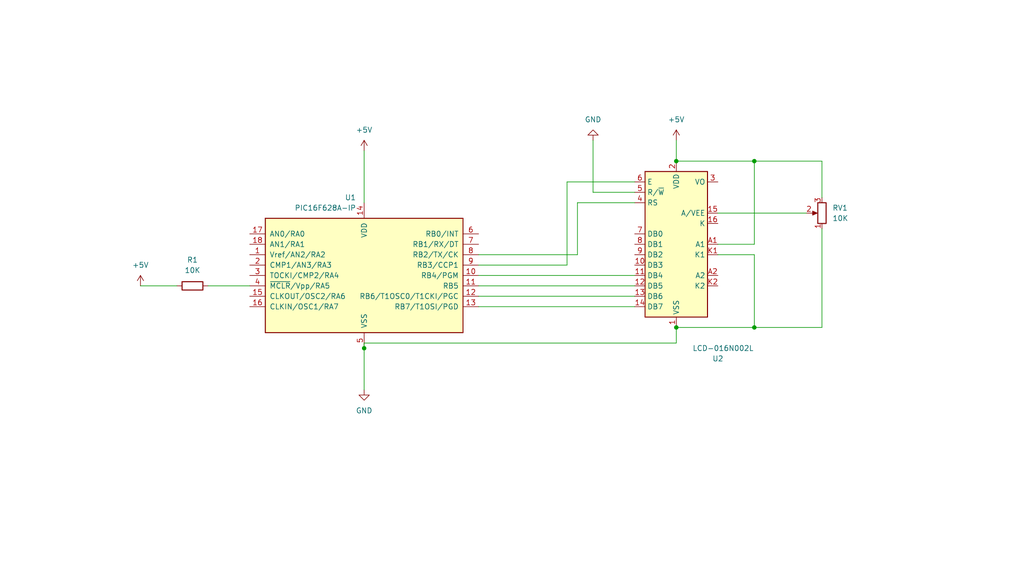
<source format=kicad_sch>
(kicad_sch (version 20230121) (generator eeschema)
  (paper "User" 250.012 140.005)
  (title_block (title "PIC16F628A for Beginners - 1") (company "Ricardo Lima Caratti") (comment 1 "LCD 16x2 nd PIC16F628A"))
  (lib_symbols
    (symbol "Device:R" (pin_numbers hide) (pin_names (offset 0))
      (property "Reference" "R" (at 2.032 0 90))
      (property "Value" "R" (at 0 0 90))
      (symbol "R_0_1"
        (rectangle (start -1.016 -2.54) (end 1.016 2.54) (stroke (width 0.254)))
      )
      (symbol "R_1_1"
        (pin passive line (at 0 3.81 270) (length 1.27) (name "~") (number "1"))
        (pin passive line (at 0 -3.81 90) (length 1.27) (name "~") (number "2"))
      )
    )
    (symbol "Device:R_Potentiometer" (pin_names (offset 1.016) hide)
      (property "Reference" "RV" (at -4.445 0 90))
      (property "Value" "R_Potentiometer" (at -2.54 0 90))
      (symbol "R_Potentiometer_0_1"
        (polyline (pts (xy 2.54 0) (xy 1.524 0)))
        (polyline (pts (xy 1.143 0) (xy 2.286 0.508) (xy 2.286 -0.508) (xy 1.143 0)) (fill (type outline)))
        (rectangle (start 1.016 2.54) (end -1.016 -2.54) (stroke (width 0.254)))
      )
      (symbol "R_Potentiometer_1_1"
        (pin passive line (at 0 3.81 270) (length 1.27) (name "1") (number "1"))
        (pin passive line (at 3.81 0 180) (length 1.27) (name "2") (number "2"))
        (pin passive line (at 0 -3.81 90) (length 1.27) (name "3") (number "3"))
      )
    )
    (symbol "Display_Character:LCD-016N002L"
      (property "Reference" "U" (at -6.35 18.796 0))
      (property "Value" "LCD-016N002L" (at 8.636 18.796 0))
      (symbol "LCD-016N002L_1_1"
        (rectangle (start -7.62 17.78) (end 7.62 -17.78) (stroke (width 0.254)) (fill (type background)))
        (pin power_in line (at 0 -20.32 90) (length 2.54) (name "VSS") (number "1"))
        (pin bidirectional line (at -10.16 -5.08 0) (length 2.54) (name "DB3") (number "10"))
        (pin bidirectional line (at -10.16 -7.62 0) (length 2.54) (name "DB4") (number "11"))
        (pin bidirectional line (at -10.16 -10.16 0) (length 2.54) (name "DB5") (number "12"))
        (pin bidirectional line (at -10.16 -12.7 0) (length 2.54) (name "DB6") (number "13"))
        (pin bidirectional line (at -10.16 -15.24 0) (length 2.54) (name "DB7") (number "14"))
        (pin power_in line (at 10.16 7.62 180) (length 2.54) (name "A/VEE") (number "15"))
        (pin power_in line (at 10.16 5.08 180) (length 2.54) (name "K") (number "16"))
        (pin power_in line (at 0 20.32 270) (length 2.54) (name "VDD") (number "2"))
        (pin input line (at 10.16 15.24 180) (length 2.54) (name "VO") (number "3"))
        (pin input line (at -10.16 10.16 0) (length 2.54) (name "RS") (number "4"))
        (pin input line (at -10.16 12.7 0) (length 2.54) (name "R/~{W}") (number "5"))
        (pin input line (at -10.16 15.24 0) (length 2.54) (name "E") (number "6"))
        (pin bidirectional line (at -10.16 2.54 0) (length 2.54) (name "DB0") (number "7"))
        (pin bidirectional line (at -10.16 0 0) (length 2.54) (name "DB1") (number "8"))
        (pin bidirectional line (at -10.16 -2.54 0) (length 2.54) (name "DB2") (number "9"))
        (pin power_in line (at 10.16 0 180) (length 2.54) (name "A1") (number "A1"))
        (pin power_in line (at 10.16 -7.62 180) (length 2.54) (name "A2") (number "A2"))
        (pin power_in line (at 10.16 -2.54 180) (length 2.54) (name "K1") (number "K1"))
        (pin power_in line (at 10.16 -10.16 180) (length 2.54) (name "K2") (number "K2"))
      )
    )
    (symbol "MCU_Microchip_PIC16:PIC16F628A-IP" (pin_names (offset 1.016))
      (property "Reference" "U" (at -24.13 17.78 0))
      (property "Value" "PIC16F628A-IP" (at -24.13 15.24 0))
      (symbol "PIC16F628A-IP_0_1"
        (rectangle (start 24.13 13.97) (end -24.13 -13.97) (stroke (width 0.254)) (fill (type background)))
      )
      (symbol "PIC16F628A-IP_1_1"
        (pin bidirectional line (at 27.94 5.08 180) (length 3.81) (name "Vref/AN2/RA2") (number "1"))
        (pin bidirectional line (at -27.94 0 0) (length 3.81) (name "RB4/PGM") (number "10"))
        (pin bidirectional line (at -27.94 -2.54 0) (length 3.81) (name "RB5") (number "11"))
        (pin bidirectional line (at -27.94 -5.08 0) (length 3.81) (name "RB6/T1OSC0/T1CKI/PGC") (number "12"))
        (pin bidirectional line (at -27.94 -7.62 0) (length 3.81) (name "RB7/T1OSI/PGD") (number "13"))
        (pin power_in line (at 0 17.78 270) (length 3.81) (name "VDD") (number "14"))
        (pin bidirectional line (at 27.94 -5.08 180) (length 3.81) (name "CLKOUT/OSC2/RA6") (number "15"))
        (pin bidirectional line (at 27.94 -7.62 180) (length 3.81) (name "CLKIN/OSC1/RA7") (number "16"))
        (pin bidirectional line (at 27.94 10.16 180) (length 3.81) (name "AN0/RA0") (number "17"))
        (pin bidirectional line (at 27.94 7.62 180) (length 3.81) (name "AN1/RA1") (number "18"))
        (pin bidirectional line (at 27.94 2.54 180) (length 3.81) (name "CMP1/AN3/RA3") (number "2"))
        (pin bidirectional line (at 27.94 0 180) (length 3.81) (name "TOCKI/CMP2/RA4") (number "3"))
        (pin input line (at 27.94 -2.54 180) (length 3.81) (name "~{MCLR}/Vpp/RA5") (number "4"))
        (pin power_in line (at 0 -17.78 90) (length 3.81) (name "VSS") (number "5"))
        (pin bidirectional line (at -27.94 10.16 0) (length 3.81) (name "RB0/INT") (number "6"))
        (pin bidirectional line (at -27.94 7.62 0) (length 3.81) (name "RB1/RX/DT") (number "7"))
        (pin bidirectional line (at -27.94 5.08 0) (length 3.81) (name "RB2/TX/CK") (number "8"))
        (pin bidirectional line (at -27.94 2.54 0) (length 3.81) (name "RB3/CCP1") (number "9"))
      )
    )
    (symbol "power:+5V" (power) (pin_names (offset 0))
      (property "Value" "+5V" (at 0 3.556 0))
      (symbol "+5V_0_1"
        (polyline (pts (xy -0.762 1.27) (xy 0 2.54)))
        (polyline (pts (xy 0 0) (xy 0 2.54)))
        (polyline (pts (xy 0 2.54) (xy 0.762 1.27)))
      )
      (symbol "+5V_1_1"
        (pin power_in line (at 0 0 90) (length 0) hide (name "+5V") (number "1"))
      )
    )
    (symbol "power:GND" (power) (pin_names (offset 0))
      (property "Value" "GND" (at 0 -3.81 0))
      (symbol "GND_0_1"
        (polyline (pts (xy 0 0) (xy 0 -1.27) (xy 1.27 -1.27) (xy 0 -2.54) (xy -1.27 -1.27) (xy 0 -1.27)))
      )
      (symbol "GND_1_1"
        (pin power_in line (at 0 0 270) (length 0) hide (name "GND") (number "1"))
      )
    )
  )
  (junction (at 165.1 39.37))
  (junction (at 88.9 85.09))
  (junction (at 184.15 39.37))
  (junction (at 165.1 80.01))
  (junction (at 184.15 80.01))
  (wire (pts (xy 116.84 67.31) (xy 154.94 67.31)))
  (wire (pts (xy 184.15 39.37) (xy 200.66 39.37)))
  (wire (pts (xy 116.84 62.23) (xy 140.97 62.23)))
  (wire (pts (xy 138.43 44.45) (xy 154.94 44.45)))
  (wire (pts (xy 175.26 59.69) (xy 184.15 59.69)))
  (wire (pts (xy 165.1 39.37) (xy 184.15 39.37)))
  (wire (pts (xy 116.84 74.93) (xy 154.94 74.93)))
  (wire (pts (xy 200.66 80.01) (xy 184.15 80.01)))
  (wire (pts (xy 88.9 83.82) (xy 88.9 85.09)))
  (wire (pts (xy 175.26 52.07) (xy 196.85 52.07)))
  (wire (pts (xy 116.84 72.39) (xy 154.94 72.39)))
  (wire (pts (xy 116.84 69.85) (xy 154.94 69.85)))
  (wire (pts (xy 140.97 62.23) (xy 140.97 49.53)))
  (wire (pts (xy 116.84 64.77) (xy 138.43 64.77)))
  (wire (pts (xy 184.15 80.01) (xy 165.1 80.01)))
  (wire (pts (xy 200.66 55.88) (xy 200.66 80.01)))
  (wire (pts (xy 140.97 49.53) (xy 154.94 49.53)))
  (wire (pts (xy 184.15 59.69) (xy 184.15 39.37)))
  (wire (pts (xy 88.9 85.09) (xy 88.9 95.25)))
  (wire (pts (xy 175.26 62.23) (xy 184.15 62.23)))
  (wire (pts (xy 34.29 69.85) (xy 43.18 69.85)))
  (wire (pts (xy 88.9 36.83) (xy 88.9 49.53)))
  (wire (pts (xy 165.1 34.29) (xy 165.1 39.37)))
  (wire (pts (xy 184.15 62.23) (xy 184.15 80.01)))
  (wire (pts (xy 60.96 69.85) (xy 50.8 69.85)))
  (wire (pts (xy 138.43 64.77) (xy 138.43 44.45)))
  (wire (pts (xy 144.78 46.99) (xy 144.78 34.29)))
  (wire (pts (xy 154.94 46.99) (xy 144.78 46.99)))
  (wire (pts (xy 165.1 80.01) (xy 165.1 83.82)))
  (wire (pts (xy 200.66 39.37) (xy 200.66 48.26)))
  (wire (pts (xy 88.9 83.82) (xy 165.1 83.82)))
  (symbol (lib_id "power:+5V") (at 88.9 36.83 0) (mirror y) (unit 1)
    (property "Reference" "#PWR01" (effects hide))
    (property "Value" "+5V" (at 88.9 31.75 0))
  )
  (symbol (lib_id "Display_Character:LCD-016N002L") (at 165.1 59.69 0) (unit 1)
    (property "Reference" "U2" (at 175.26 87.63 0))
    (property "Value" "LCD-016N002L" (at 176.53 85.09 0))
    (property "Footprint" "Display:LCD-016N002L" (effects hide))
    (property "Datasheet" "http://www.vishay.com/docs/37299/37299.pdf" (effects hide))
  )
  (symbol (lib_id "power:+5V") (at 165.1 34.29 0) (mirror y) (unit 1)
    (property "Reference" "#PWR05" (effects hide))
    (property "Value" "+5V" (at 165.1 29.21 0))
  )
  (symbol (lib_id "Device:R") (at 46.99 69.85 270) (mirror x) (unit 1)
    (property "Reference" "R1" (at 46.99 63.5 90))
    (property "Value" "10K" (at 46.99 66.04 90))
  )
  (symbol (lib_id "power:+5V") (at 34.29 69.85 0) (mirror y) (unit 1)
    (property "Reference" "#PWR04" (effects hide))
    (property "Value" "+5V" (at 34.29 64.77 0))
  )
  (symbol (lib_id "power:GND") (at 144.78 34.29 0) (mirror x) (unit 1)
    (property "Reference" "#PWR07" (effects hide))
    (property "Value" "GND" (at 144.78 29.21 0))
  )
  (symbol (lib_id "power:GND") (at 88.9 95.25 0) (mirror y) (unit 1)
    (property "Reference" "#PWR02" (effects hide))
    (property "Value" "GND" (at 88.9 100.33 0))
  )
  (symbol (lib_id "Device:R_Potentiometer") (at 200.66 52.07 180) (unit 1)
    (property "Reference" "RV1" (at 203.2 50.8 0) (effects (justify right)))
    (property "Value" "10K" (at 203.2 53.34 0) (effects (justify right)))
  )
  (symbol (lib_id "MCU_Microchip_PIC16:PIC16F628A-IP") (at 88.9 67.31 0) (mirror y) (unit 1)
    (property "Reference" "U1" (at 86.9441 48.26 0) (effects (justify left)))
    (property "Value" "PIC16F628A-IP" (at 86.9441 50.8 0) (effects (justify left)))
    (property "Datasheet" "http://ww1.microchip.com/downloads/en/DeviceDoc/40300c.pdf" (effects hide))
  )
)
</source>
